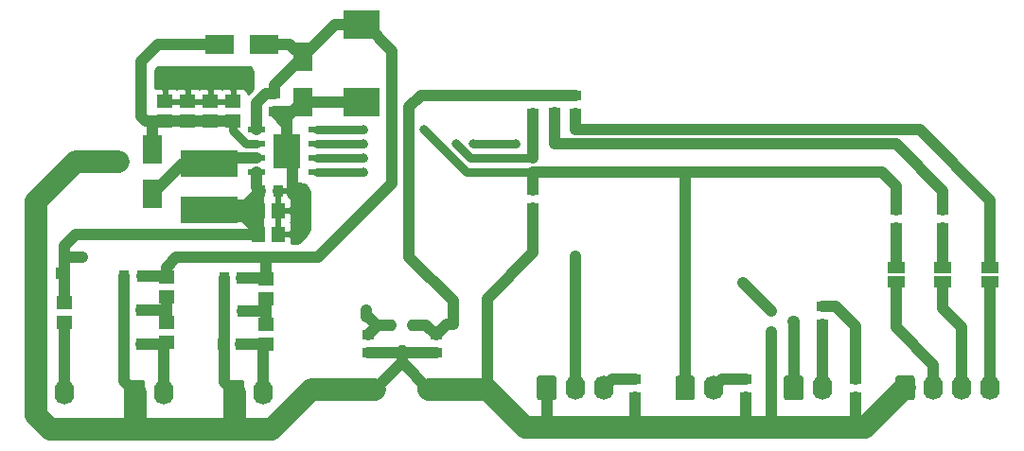
<source format=gtl>
G04 #@! TF.GenerationSoftware,KiCad,Pcbnew,5.1.4-e60b266~84~ubuntu18.04.1*
G04 #@! TF.CreationDate,2019-09-15T19:51:56+01:00*
G04 #@! TF.ProjectId,minitiouner-rt5047,6d696e69-7469-46f7-956e-65722d727435,rev?*
G04 #@! TF.SameCoordinates,Original*
G04 #@! TF.FileFunction,Copper,L1,Top*
G04 #@! TF.FilePolarity,Positive*
%FSLAX46Y46*%
G04 Gerber Fmt 4.6, Leading zero omitted, Abs format (unit mm)*
G04 Created by KiCad (PCBNEW 5.1.4-e60b266~84~ubuntu18.04.1) date 2019-09-15 19:51:56*
%MOMM*%
%LPD*%
G04 APERTURE LIST*
%ADD10R,1.000000X0.950000*%
%ADD11R,1.450000X1.150000*%
%ADD12R,1.150000X1.450000*%
%ADD13R,0.950000X1.000000*%
%ADD14R,3.300000X2.500000*%
%ADD15R,0.600000X1.000000*%
%ADD16R,1.550000X0.600000*%
%ADD17C,0.650000*%
%ADD18R,2.400000X3.100000*%
%ADD19C,0.100000*%
%ADD20C,1.740000*%
%ADD21O,1.740000X2.200000*%
%ADD22R,0.900000X0.800000*%
%ADD23R,1.500000X1.000000*%
%ADD24R,5.100000X2.350000*%
%ADD25R,1.700000X2.500000*%
%ADD26R,2.500000X1.700000*%
%ADD27C,0.800000*%
%ADD28C,1.200000*%
%ADD29C,1.000000*%
%ADD30C,2.000000*%
%ADD31C,0.750000*%
%ADD32C,0.254000*%
G04 APERTURE END LIST*
D10*
X77216000Y-111468000D03*
X77216000Y-113068000D03*
D11*
X65151000Y-90540000D03*
X65151000Y-92340000D03*
X63119000Y-92340000D03*
X63119000Y-90540000D03*
X61087000Y-90540000D03*
X61087000Y-92340000D03*
X59055000Y-92340000D03*
X59055000Y-90540000D03*
D12*
X69195520Y-100319840D03*
X67395520Y-100319840D03*
D13*
X56972000Y-109220000D03*
X55372000Y-109220000D03*
D10*
X68834000Y-89878000D03*
X68834000Y-91478000D03*
X83312000Y-113068000D03*
X83312000Y-111468000D03*
D12*
X67395520Y-102422960D03*
X69195520Y-102422960D03*
D13*
X69192040Y-98531680D03*
X67592040Y-98531680D03*
X56972000Y-112268000D03*
X55372000Y-112268000D03*
D14*
X76644500Y-83672000D03*
X76644500Y-90572000D03*
D15*
X81214000Y-110610000D03*
X79314000Y-110610000D03*
X80264000Y-112910000D03*
D16*
X67300000Y-93095000D03*
X67300000Y-94365000D03*
X67300000Y-95635000D03*
X67300000Y-96905000D03*
X72700000Y-96905000D03*
X72700000Y-95635000D03*
X72700000Y-94365000D03*
X72700000Y-93095000D03*
D17*
X69525000Y-94050000D03*
X69525000Y-95000000D03*
X69525000Y-95950000D03*
X70475000Y-94050000D03*
X70475000Y-95000000D03*
X70475000Y-95950000D03*
D18*
X70000000Y-95000000D03*
D10*
X95821500Y-91605000D03*
X95821500Y-90005000D03*
X93916500Y-89979500D03*
X93916500Y-91579500D03*
X92011500Y-98450500D03*
X92011500Y-100050500D03*
X92011500Y-91605000D03*
X92011500Y-90005000D03*
X128651000Y-100228500D03*
X128651000Y-101828500D03*
D19*
G36*
X48142505Y-115487204D02*
G01*
X48166773Y-115490804D01*
X48190572Y-115496765D01*
X48213671Y-115505030D01*
X48235850Y-115515520D01*
X48256893Y-115528132D01*
X48276599Y-115542747D01*
X48294777Y-115559223D01*
X48311253Y-115577401D01*
X48325868Y-115597107D01*
X48338480Y-115618150D01*
X48348970Y-115640329D01*
X48357235Y-115663428D01*
X48363196Y-115687227D01*
X48366796Y-115711495D01*
X48368000Y-115735999D01*
X48368000Y-117436001D01*
X48366796Y-117460505D01*
X48363196Y-117484773D01*
X48357235Y-117508572D01*
X48348970Y-117531671D01*
X48338480Y-117553850D01*
X48325868Y-117574893D01*
X48311253Y-117594599D01*
X48294777Y-117612777D01*
X48276599Y-117629253D01*
X48256893Y-117643868D01*
X48235850Y-117656480D01*
X48213671Y-117666970D01*
X48190572Y-117675235D01*
X48166773Y-117681196D01*
X48142505Y-117684796D01*
X48118001Y-117686000D01*
X46877999Y-117686000D01*
X46853495Y-117684796D01*
X46829227Y-117681196D01*
X46805428Y-117675235D01*
X46782329Y-117666970D01*
X46760150Y-117656480D01*
X46739107Y-117643868D01*
X46719401Y-117629253D01*
X46701223Y-117612777D01*
X46684747Y-117594599D01*
X46670132Y-117574893D01*
X46657520Y-117553850D01*
X46647030Y-117531671D01*
X46638765Y-117508572D01*
X46632804Y-117484773D01*
X46629204Y-117460505D01*
X46628000Y-117436001D01*
X46628000Y-115735999D01*
X46629204Y-115711495D01*
X46632804Y-115687227D01*
X46638765Y-115663428D01*
X46647030Y-115640329D01*
X46657520Y-115618150D01*
X46670132Y-115597107D01*
X46684747Y-115577401D01*
X46701223Y-115559223D01*
X46719401Y-115542747D01*
X46739107Y-115528132D01*
X46760150Y-115515520D01*
X46782329Y-115505030D01*
X46805428Y-115496765D01*
X46829227Y-115490804D01*
X46853495Y-115487204D01*
X46877999Y-115486000D01*
X48118001Y-115486000D01*
X48142505Y-115487204D01*
X48142505Y-115487204D01*
G37*
D20*
X47498000Y-116586000D03*
D21*
X50038000Y-116586000D03*
X58928000Y-116586000D03*
D19*
G36*
X57032505Y-115487204D02*
G01*
X57056773Y-115490804D01*
X57080572Y-115496765D01*
X57103671Y-115505030D01*
X57125850Y-115515520D01*
X57146893Y-115528132D01*
X57166599Y-115542747D01*
X57184777Y-115559223D01*
X57201253Y-115577401D01*
X57215868Y-115597107D01*
X57228480Y-115618150D01*
X57238970Y-115640329D01*
X57247235Y-115663428D01*
X57253196Y-115687227D01*
X57256796Y-115711495D01*
X57258000Y-115735999D01*
X57258000Y-117436001D01*
X57256796Y-117460505D01*
X57253196Y-117484773D01*
X57247235Y-117508572D01*
X57238970Y-117531671D01*
X57228480Y-117553850D01*
X57215868Y-117574893D01*
X57201253Y-117594599D01*
X57184777Y-117612777D01*
X57166599Y-117629253D01*
X57146893Y-117643868D01*
X57125850Y-117656480D01*
X57103671Y-117666970D01*
X57080572Y-117675235D01*
X57056773Y-117681196D01*
X57032505Y-117684796D01*
X57008001Y-117686000D01*
X55767999Y-117686000D01*
X55743495Y-117684796D01*
X55719227Y-117681196D01*
X55695428Y-117675235D01*
X55672329Y-117666970D01*
X55650150Y-117656480D01*
X55629107Y-117643868D01*
X55609401Y-117629253D01*
X55591223Y-117612777D01*
X55574747Y-117594599D01*
X55560132Y-117574893D01*
X55547520Y-117553850D01*
X55537030Y-117531671D01*
X55528765Y-117508572D01*
X55522804Y-117484773D01*
X55519204Y-117460505D01*
X55518000Y-117436001D01*
X55518000Y-115735999D01*
X55519204Y-115711495D01*
X55522804Y-115687227D01*
X55528765Y-115663428D01*
X55537030Y-115640329D01*
X55547520Y-115618150D01*
X55560132Y-115597107D01*
X55574747Y-115577401D01*
X55591223Y-115559223D01*
X55609401Y-115542747D01*
X55629107Y-115528132D01*
X55650150Y-115515520D01*
X55672329Y-115505030D01*
X55695428Y-115496765D01*
X55719227Y-115490804D01*
X55743495Y-115487204D01*
X55767999Y-115486000D01*
X57008001Y-115486000D01*
X57032505Y-115487204D01*
X57032505Y-115487204D01*
G37*
D20*
X56388000Y-116586000D03*
D19*
G36*
X115960505Y-115106204D02*
G01*
X115984773Y-115109804D01*
X116008572Y-115115765D01*
X116031671Y-115124030D01*
X116053850Y-115134520D01*
X116074893Y-115147132D01*
X116094599Y-115161747D01*
X116112777Y-115178223D01*
X116129253Y-115196401D01*
X116143868Y-115216107D01*
X116156480Y-115237150D01*
X116166970Y-115259329D01*
X116175235Y-115282428D01*
X116181196Y-115306227D01*
X116184796Y-115330495D01*
X116186000Y-115354999D01*
X116186000Y-117055001D01*
X116184796Y-117079505D01*
X116181196Y-117103773D01*
X116175235Y-117127572D01*
X116166970Y-117150671D01*
X116156480Y-117172850D01*
X116143868Y-117193893D01*
X116129253Y-117213599D01*
X116112777Y-117231777D01*
X116094599Y-117248253D01*
X116074893Y-117262868D01*
X116053850Y-117275480D01*
X116031671Y-117285970D01*
X116008572Y-117294235D01*
X115984773Y-117300196D01*
X115960505Y-117303796D01*
X115936001Y-117305000D01*
X114695999Y-117305000D01*
X114671495Y-117303796D01*
X114647227Y-117300196D01*
X114623428Y-117294235D01*
X114600329Y-117285970D01*
X114578150Y-117275480D01*
X114557107Y-117262868D01*
X114537401Y-117248253D01*
X114519223Y-117231777D01*
X114502747Y-117213599D01*
X114488132Y-117193893D01*
X114475520Y-117172850D01*
X114465030Y-117150671D01*
X114456765Y-117127572D01*
X114450804Y-117103773D01*
X114447204Y-117079505D01*
X114446000Y-117055001D01*
X114446000Y-115354999D01*
X114447204Y-115330495D01*
X114450804Y-115306227D01*
X114456765Y-115282428D01*
X114465030Y-115259329D01*
X114475520Y-115237150D01*
X114488132Y-115216107D01*
X114502747Y-115196401D01*
X114519223Y-115178223D01*
X114537401Y-115161747D01*
X114557107Y-115147132D01*
X114578150Y-115134520D01*
X114600329Y-115124030D01*
X114623428Y-115115765D01*
X114647227Y-115109804D01*
X114671495Y-115106204D01*
X114695999Y-115105000D01*
X115936001Y-115105000D01*
X115960505Y-115106204D01*
X115960505Y-115106204D01*
G37*
D20*
X115316000Y-116205000D03*
D21*
X117856000Y-116205000D03*
D19*
G36*
X93862505Y-115106204D02*
G01*
X93886773Y-115109804D01*
X93910572Y-115115765D01*
X93933671Y-115124030D01*
X93955850Y-115134520D01*
X93976893Y-115147132D01*
X93996599Y-115161747D01*
X94014777Y-115178223D01*
X94031253Y-115196401D01*
X94045868Y-115216107D01*
X94058480Y-115237150D01*
X94068970Y-115259329D01*
X94077235Y-115282428D01*
X94083196Y-115306227D01*
X94086796Y-115330495D01*
X94088000Y-115354999D01*
X94088000Y-117055001D01*
X94086796Y-117079505D01*
X94083196Y-117103773D01*
X94077235Y-117127572D01*
X94068970Y-117150671D01*
X94058480Y-117172850D01*
X94045868Y-117193893D01*
X94031253Y-117213599D01*
X94014777Y-117231777D01*
X93996599Y-117248253D01*
X93976893Y-117262868D01*
X93955850Y-117275480D01*
X93933671Y-117285970D01*
X93910572Y-117294235D01*
X93886773Y-117300196D01*
X93862505Y-117303796D01*
X93838001Y-117305000D01*
X92597999Y-117305000D01*
X92573495Y-117303796D01*
X92549227Y-117300196D01*
X92525428Y-117294235D01*
X92502329Y-117285970D01*
X92480150Y-117275480D01*
X92459107Y-117262868D01*
X92439401Y-117248253D01*
X92421223Y-117231777D01*
X92404747Y-117213599D01*
X92390132Y-117193893D01*
X92377520Y-117172850D01*
X92367030Y-117150671D01*
X92358765Y-117127572D01*
X92352804Y-117103773D01*
X92349204Y-117079505D01*
X92348000Y-117055001D01*
X92348000Y-115354999D01*
X92349204Y-115330495D01*
X92352804Y-115306227D01*
X92358765Y-115282428D01*
X92367030Y-115259329D01*
X92377520Y-115237150D01*
X92390132Y-115216107D01*
X92404747Y-115196401D01*
X92421223Y-115178223D01*
X92439401Y-115161747D01*
X92459107Y-115147132D01*
X92480150Y-115134520D01*
X92502329Y-115124030D01*
X92525428Y-115115765D01*
X92549227Y-115109804D01*
X92573495Y-115106204D01*
X92597999Y-115105000D01*
X93838001Y-115105000D01*
X93862505Y-115106204D01*
X93862505Y-115106204D01*
G37*
D20*
X93218000Y-116205000D03*
D21*
X95758000Y-116205000D03*
X98298000Y-116205000D03*
D19*
G36*
X125930005Y-115106204D02*
G01*
X125954273Y-115109804D01*
X125978072Y-115115765D01*
X126001171Y-115124030D01*
X126023350Y-115134520D01*
X126044393Y-115147132D01*
X126064099Y-115161747D01*
X126082277Y-115178223D01*
X126098753Y-115196401D01*
X126113368Y-115216107D01*
X126125980Y-115237150D01*
X126136470Y-115259329D01*
X126144735Y-115282428D01*
X126150696Y-115306227D01*
X126154296Y-115330495D01*
X126155500Y-115354999D01*
X126155500Y-117055001D01*
X126154296Y-117079505D01*
X126150696Y-117103773D01*
X126144735Y-117127572D01*
X126136470Y-117150671D01*
X126125980Y-117172850D01*
X126113368Y-117193893D01*
X126098753Y-117213599D01*
X126082277Y-117231777D01*
X126064099Y-117248253D01*
X126044393Y-117262868D01*
X126023350Y-117275480D01*
X126001171Y-117285970D01*
X125978072Y-117294235D01*
X125954273Y-117300196D01*
X125930005Y-117303796D01*
X125905501Y-117305000D01*
X124665499Y-117305000D01*
X124640995Y-117303796D01*
X124616727Y-117300196D01*
X124592928Y-117294235D01*
X124569829Y-117285970D01*
X124547650Y-117275480D01*
X124526607Y-117262868D01*
X124506901Y-117248253D01*
X124488723Y-117231777D01*
X124472247Y-117213599D01*
X124457632Y-117193893D01*
X124445020Y-117172850D01*
X124434530Y-117150671D01*
X124426265Y-117127572D01*
X124420304Y-117103773D01*
X124416704Y-117079505D01*
X124415500Y-117055001D01*
X124415500Y-115354999D01*
X124416704Y-115330495D01*
X124420304Y-115306227D01*
X124426265Y-115282428D01*
X124434530Y-115259329D01*
X124445020Y-115237150D01*
X124457632Y-115216107D01*
X124472247Y-115196401D01*
X124488723Y-115178223D01*
X124506901Y-115161747D01*
X124526607Y-115147132D01*
X124547650Y-115134520D01*
X124569829Y-115124030D01*
X124592928Y-115115765D01*
X124616727Y-115109804D01*
X124640995Y-115106204D01*
X124665499Y-115105000D01*
X125905501Y-115105000D01*
X125930005Y-115106204D01*
X125930005Y-115106204D01*
G37*
D20*
X125285500Y-116205000D03*
D21*
X127825500Y-116205000D03*
X130365500Y-116205000D03*
X132905500Y-116205000D03*
D22*
X113300000Y-109286000D03*
X113300000Y-111186000D03*
X115300000Y-110236000D03*
D10*
X117856000Y-110528000D03*
X117856000Y-108928000D03*
D13*
X64351000Y-109347000D03*
X65951000Y-109347000D03*
X64224000Y-112268000D03*
X65824000Y-112268000D03*
D19*
G36*
X65922505Y-115487204D02*
G01*
X65946773Y-115490804D01*
X65970572Y-115496765D01*
X65993671Y-115505030D01*
X66015850Y-115515520D01*
X66036893Y-115528132D01*
X66056599Y-115542747D01*
X66074777Y-115559223D01*
X66091253Y-115577401D01*
X66105868Y-115597107D01*
X66118480Y-115618150D01*
X66128970Y-115640329D01*
X66137235Y-115663428D01*
X66143196Y-115687227D01*
X66146796Y-115711495D01*
X66148000Y-115735999D01*
X66148000Y-117436001D01*
X66146796Y-117460505D01*
X66143196Y-117484773D01*
X66137235Y-117508572D01*
X66128970Y-117531671D01*
X66118480Y-117553850D01*
X66105868Y-117574893D01*
X66091253Y-117594599D01*
X66074777Y-117612777D01*
X66056599Y-117629253D01*
X66036893Y-117643868D01*
X66015850Y-117656480D01*
X65993671Y-117666970D01*
X65970572Y-117675235D01*
X65946773Y-117681196D01*
X65922505Y-117684796D01*
X65898001Y-117686000D01*
X64657999Y-117686000D01*
X64633495Y-117684796D01*
X64609227Y-117681196D01*
X64585428Y-117675235D01*
X64562329Y-117666970D01*
X64540150Y-117656480D01*
X64519107Y-117643868D01*
X64499401Y-117629253D01*
X64481223Y-117612777D01*
X64464747Y-117594599D01*
X64450132Y-117574893D01*
X64437520Y-117553850D01*
X64427030Y-117531671D01*
X64418765Y-117508572D01*
X64412804Y-117484773D01*
X64409204Y-117460505D01*
X64408000Y-117436001D01*
X64408000Y-115735999D01*
X64409204Y-115711495D01*
X64412804Y-115687227D01*
X64418765Y-115663428D01*
X64427030Y-115640329D01*
X64437520Y-115618150D01*
X64450132Y-115597107D01*
X64464747Y-115577401D01*
X64481223Y-115559223D01*
X64499401Y-115542747D01*
X64519107Y-115528132D01*
X64540150Y-115515520D01*
X64562329Y-115505030D01*
X64585428Y-115496765D01*
X64609227Y-115490804D01*
X64633495Y-115487204D01*
X64657999Y-115486000D01*
X65898001Y-115486000D01*
X65922505Y-115487204D01*
X65922505Y-115487204D01*
G37*
D20*
X65278000Y-116586000D03*
D21*
X67818000Y-116586000D03*
D11*
X59182000Y-108088000D03*
X59182000Y-106288000D03*
X59182000Y-110352000D03*
X59182000Y-112152000D03*
X68072000Y-108215000D03*
X68072000Y-106415000D03*
X68072000Y-110479000D03*
X68072000Y-112279000D03*
D23*
X132905500Y-106695000D03*
X132905500Y-105395000D03*
X124460000Y-105395000D03*
X124460000Y-106695000D03*
D11*
X50053240Y-108548600D03*
X50053240Y-110348600D03*
D23*
X128651000Y-106695000D03*
X128651000Y-105395000D03*
D13*
X49695000Y-105918000D03*
X48095000Y-105918000D03*
X64345920Y-106319320D03*
X65945920Y-106319320D03*
X56974640Y-106197400D03*
X55374640Y-106197400D03*
D10*
X111061500Y-115405000D03*
X111061500Y-117005000D03*
X101155500Y-117005000D03*
X101155500Y-115405000D03*
D19*
G36*
X106245005Y-115106204D02*
G01*
X106269273Y-115109804D01*
X106293072Y-115115765D01*
X106316171Y-115124030D01*
X106338350Y-115134520D01*
X106359393Y-115147132D01*
X106379099Y-115161747D01*
X106397277Y-115178223D01*
X106413753Y-115196401D01*
X106428368Y-115216107D01*
X106440980Y-115237150D01*
X106451470Y-115259329D01*
X106459735Y-115282428D01*
X106465696Y-115306227D01*
X106469296Y-115330495D01*
X106470500Y-115354999D01*
X106470500Y-117055001D01*
X106469296Y-117079505D01*
X106465696Y-117103773D01*
X106459735Y-117127572D01*
X106451470Y-117150671D01*
X106440980Y-117172850D01*
X106428368Y-117193893D01*
X106413753Y-117213599D01*
X106397277Y-117231777D01*
X106379099Y-117248253D01*
X106359393Y-117262868D01*
X106338350Y-117275480D01*
X106316171Y-117285970D01*
X106293072Y-117294235D01*
X106269273Y-117300196D01*
X106245005Y-117303796D01*
X106220501Y-117305000D01*
X104980499Y-117305000D01*
X104955995Y-117303796D01*
X104931727Y-117300196D01*
X104907928Y-117294235D01*
X104884829Y-117285970D01*
X104862650Y-117275480D01*
X104841607Y-117262868D01*
X104821901Y-117248253D01*
X104803723Y-117231777D01*
X104787247Y-117213599D01*
X104772632Y-117193893D01*
X104760020Y-117172850D01*
X104749530Y-117150671D01*
X104741265Y-117127572D01*
X104735304Y-117103773D01*
X104731704Y-117079505D01*
X104730500Y-117055001D01*
X104730500Y-115354999D01*
X104731704Y-115330495D01*
X104735304Y-115306227D01*
X104741265Y-115282428D01*
X104749530Y-115259329D01*
X104760020Y-115237150D01*
X104772632Y-115216107D01*
X104787247Y-115196401D01*
X104803723Y-115178223D01*
X104821901Y-115161747D01*
X104841607Y-115147132D01*
X104862650Y-115134520D01*
X104884829Y-115124030D01*
X104907928Y-115115765D01*
X104931727Y-115109804D01*
X104955995Y-115106204D01*
X104980499Y-115105000D01*
X106220501Y-115105000D01*
X106245005Y-115106204D01*
X106245005Y-115106204D01*
G37*
D20*
X105600500Y-116205000D03*
D21*
X108140500Y-116205000D03*
D10*
X124460000Y-101828500D03*
X124460000Y-100228500D03*
X120840500Y-115405000D03*
X120840500Y-117005000D03*
D24*
X62992000Y-100225500D03*
X62992000Y-96075500D03*
D25*
X71374000Y-86582500D03*
X71374000Y-90582500D03*
X57912000Y-94805500D03*
X57912000Y-98805500D03*
D26*
X67976500Y-85471000D03*
X63976500Y-85471000D03*
D27*
X77089000Y-109220000D03*
X51688998Y-104521000D03*
X59055000Y-88773000D03*
X61087000Y-88773000D03*
X63119000Y-88773000D03*
X65151000Y-88773000D03*
X64135000Y-87884000D03*
X62103000Y-87884000D03*
X60071000Y-87884000D03*
X66294000Y-87884000D03*
X66548000Y-89027000D03*
D28*
X51054004Y-95948500D03*
X54927500Y-95948500D03*
X53022500Y-95948500D03*
D27*
X84836000Y-110490000D03*
X120650000Y-110490000D03*
X76831000Y-96905000D03*
X92007500Y-96905000D03*
X76831000Y-95635000D03*
X92011500Y-95631000D03*
X110807500Y-106807000D03*
X76831000Y-94365000D03*
X93916500Y-94361002D03*
X95757992Y-104394000D03*
X76835000Y-93091000D03*
X82232500Y-93091000D03*
X85090000Y-94361000D03*
X86677500Y-94361000D03*
X90487500Y-94361000D03*
X95821502Y-93091000D03*
D29*
X67300000Y-98239640D02*
X67592040Y-98531680D01*
X67300000Y-96905000D02*
X67300000Y-98239640D01*
X67395520Y-98728200D02*
X67592040Y-98531680D01*
X67395520Y-100319840D02*
X67395520Y-98728200D01*
X78074000Y-110610000D02*
X77216000Y-111468000D01*
X79314000Y-110610000D02*
X78074000Y-110610000D01*
X67395520Y-102422960D02*
X61655960Y-102422960D01*
X78074000Y-110610000D02*
X77971000Y-110610000D01*
X77971000Y-110610000D02*
X77216000Y-109855000D01*
X77158315Y-109855000D02*
X77216000Y-109855000D01*
X77089000Y-109785685D02*
X77158315Y-109855000D01*
X77089000Y-109220000D02*
X77089000Y-109785685D01*
X61655960Y-102422960D02*
X57216040Y-102422960D01*
D30*
X63086340Y-100319840D02*
X62992000Y-100225500D01*
X66410840Y-100319840D02*
X63086340Y-100319840D01*
D29*
X66410840Y-100319840D02*
X67395520Y-100319840D01*
X66410840Y-99712880D02*
X67395520Y-98728200D01*
X66410840Y-100319840D02*
X66410840Y-99712880D01*
X66410840Y-101081840D02*
X67395520Y-102066520D01*
X66410840Y-100319840D02*
X66410840Y-101081840D01*
X67395520Y-102422960D02*
X67395520Y-102066520D01*
X67395520Y-102066520D02*
X67395520Y-100319840D01*
X50038000Y-106958360D02*
X50053240Y-106973600D01*
X50053240Y-106973600D02*
X50053240Y-108548600D01*
X57216040Y-102422960D02*
X51120040Y-102422960D01*
X51120040Y-102422960D02*
X50038000Y-103505000D01*
X50038000Y-104457500D02*
X50101500Y-104521000D01*
X50101500Y-104521000D02*
X51688998Y-104521000D01*
X50038000Y-104457500D02*
X50038000Y-106958360D01*
X50038000Y-103505000D02*
X50038000Y-104457500D01*
D30*
X47498000Y-116586000D02*
X47498000Y-118237000D01*
X47498000Y-118618000D02*
X48768000Y-119888000D01*
X47498000Y-118237000D02*
X47498000Y-118618000D01*
X60706000Y-119888000D02*
X61976000Y-119888000D01*
X56388000Y-116586000D02*
X56388000Y-119888000D01*
X48768000Y-119888000D02*
X56388000Y-119888000D01*
X56388000Y-119888000D02*
X60706000Y-119888000D01*
X65278000Y-119507000D02*
X64897000Y-119888000D01*
X65278000Y-116586000D02*
X65278000Y-119507000D01*
X61976000Y-119888000D02*
X64897000Y-119888000D01*
D29*
X64351000Y-115659000D02*
X64351000Y-112395000D01*
X65278000Y-116586000D02*
X64351000Y-115659000D01*
X64351000Y-112395000D02*
X64351000Y-109347000D01*
X80106000Y-113068000D02*
X80264000Y-112910000D01*
X77216000Y-113068000D02*
X80106000Y-113068000D01*
X80422000Y-113068000D02*
X80264000Y-112910000D01*
X83312000Y-113068000D02*
X80422000Y-113068000D01*
X55372000Y-115570000D02*
X55372000Y-112268000D01*
X56388000Y-116586000D02*
X55372000Y-115570000D01*
X55372000Y-109220000D02*
X55372000Y-112268000D01*
X106934000Y-119634000D02*
X107061000Y-119761000D01*
X80264000Y-112910000D02*
X80264000Y-113893600D01*
X80264000Y-113893600D02*
X77815440Y-116342160D01*
X80264000Y-113893600D02*
X82697320Y-116326920D01*
D30*
X77805280Y-116332000D02*
X77815440Y-116342160D01*
X72136000Y-116332000D02*
X77805280Y-116332000D01*
X64897000Y-119888000D02*
X68580000Y-119888000D01*
X68580000Y-119888000D02*
X72136000Y-116332000D01*
D29*
X64351000Y-106324400D02*
X64345920Y-106319320D01*
X64351000Y-109347000D02*
X64351000Y-106324400D01*
X55372000Y-106200040D02*
X55374640Y-106197400D01*
X55372000Y-109220000D02*
X55372000Y-106200040D01*
X69195520Y-98535160D02*
X69192040Y-98531680D01*
D30*
X82697320Y-116326920D02*
X87878920Y-116326920D01*
X87878920Y-116326920D02*
X91313000Y-119761000D01*
D29*
X93218000Y-119316500D02*
X92773500Y-119761000D01*
X93218000Y-116205000D02*
X93218000Y-119316500D01*
D30*
X91313000Y-119761000D02*
X92773500Y-119761000D01*
D29*
X101155500Y-117005000D02*
X101155500Y-119189500D01*
X101155500Y-119189500D02*
X100584000Y-119761000D01*
D30*
X92773500Y-119761000D02*
X100584000Y-119761000D01*
X100584000Y-119761000D02*
X107061000Y-119761000D01*
D29*
X111061500Y-119697500D02*
X110998000Y-119761000D01*
X111061500Y-117005000D02*
X111061500Y-119697500D01*
D30*
X107061000Y-119761000D02*
X110998000Y-119761000D01*
D29*
X113284000Y-119062500D02*
X112585500Y-119761000D01*
X113284000Y-112602000D02*
X113284000Y-119062500D01*
X113300000Y-112586000D02*
X113284000Y-112602000D01*
X113300000Y-111186000D02*
X113300000Y-112586000D01*
D30*
X110998000Y-119761000D02*
X112585500Y-119761000D01*
X121729500Y-119761000D02*
X125285500Y-116205000D01*
D29*
X120840500Y-117005000D02*
X120840500Y-119570500D01*
X120840500Y-119570500D02*
X120650000Y-119761000D01*
D30*
X112585500Y-119761000D02*
X120650000Y-119761000D01*
X120650000Y-119761000D02*
X121729500Y-119761000D01*
D29*
X87878920Y-116326920D02*
X87878920Y-108198920D01*
X92011500Y-104066340D02*
X92011500Y-100050500D01*
X87878920Y-108198920D02*
X92011500Y-104066340D01*
D30*
X47498000Y-116586000D02*
X47498000Y-99504504D01*
X47498000Y-99504504D02*
X51054004Y-95948500D01*
D29*
X70000000Y-95000000D02*
X70000000Y-92582000D01*
X70000000Y-92644000D02*
X68834000Y-91478000D01*
X70000000Y-95000000D02*
X70000000Y-92644000D01*
X70485000Y-95485000D02*
X70000000Y-95000000D01*
X70485000Y-98806000D02*
X70485000Y-95485000D01*
X70000000Y-91956500D02*
X71374000Y-90582500D01*
X70000000Y-92644000D02*
X70000000Y-91956500D01*
X70478500Y-91478000D02*
X71374000Y-90582500D01*
X68834000Y-91478000D02*
X70478500Y-91478000D01*
X76634000Y-90582500D02*
X76644500Y-90572000D01*
X71374000Y-90582500D02*
X76634000Y-90582500D01*
D30*
X51054004Y-95948500D02*
X54927500Y-95948500D01*
D29*
X65151000Y-92340000D02*
X63119000Y-92340000D01*
X63119000Y-92340000D02*
X61087000Y-92340000D01*
X61087000Y-92340000D02*
X59055000Y-92340000D01*
X56896000Y-91906000D02*
X57330000Y-92340000D01*
X56896000Y-86995000D02*
X56896000Y-91906000D01*
D31*
X66488500Y-94365000D02*
X67300000Y-94365000D01*
X66361500Y-94365000D02*
X66488500Y-94365000D01*
X65151000Y-92340000D02*
X65151000Y-93154500D01*
X65151000Y-93154500D02*
X66361500Y-94365000D01*
D29*
X58420000Y-85471000D02*
X56896000Y-86995000D01*
X63976500Y-85471000D02*
X58420000Y-85471000D01*
X57923000Y-92544500D02*
X57923000Y-92340000D01*
X57912000Y-92555500D02*
X57923000Y-92544500D01*
X57912000Y-94805500D02*
X57912000Y-92555500D01*
X57330000Y-92340000D02*
X57923000Y-92340000D01*
X57923000Y-92340000D02*
X59055000Y-92340000D01*
X58928000Y-109220000D02*
X59182000Y-109474000D01*
X56972000Y-109220000D02*
X58928000Y-109220000D01*
X59182000Y-110352000D02*
X59182000Y-109474000D01*
X59182000Y-109474000D02*
X59182000Y-108088000D01*
X82454000Y-110610000D02*
X83312000Y-111468000D01*
X81214000Y-110610000D02*
X82454000Y-110610000D01*
X99098000Y-115405000D02*
X98298000Y-116205000D01*
X101155500Y-115405000D02*
X99098000Y-115405000D01*
X108940500Y-115405000D02*
X108140500Y-116205000D01*
X111061500Y-115405000D02*
X108940500Y-115405000D01*
X83312000Y-111468000D02*
X84290000Y-110490000D01*
X84290000Y-110490000D02*
X84836000Y-110490000D01*
X119088000Y-108928000D02*
X118364000Y-108928000D01*
X120650000Y-110490000D02*
X119088000Y-108928000D01*
X120840500Y-110680500D02*
X120650000Y-110490000D01*
X120840500Y-115405000D02*
X120840500Y-110680500D01*
X93891000Y-90005000D02*
X93916500Y-89979500D01*
X92011500Y-90005000D02*
X93891000Y-90005000D01*
X95796000Y-89979500D02*
X95821500Y-90005000D01*
X93916500Y-89979500D02*
X95796000Y-89979500D01*
X118364000Y-108928000D02*
X117856000Y-108928000D01*
X84836000Y-108394500D02*
X84836000Y-110490000D01*
X80899000Y-91059000D02*
X80899000Y-104457500D01*
X80899000Y-104457500D02*
X84836000Y-108394500D01*
X92011500Y-90005000D02*
X81953000Y-90005000D01*
X81953000Y-90005000D02*
X80899000Y-91059000D01*
X59066000Y-112268000D02*
X59182000Y-112152000D01*
X56972000Y-112268000D02*
X59066000Y-112268000D01*
X58928000Y-112406000D02*
X59182000Y-112152000D01*
X58928000Y-116586000D02*
X58928000Y-112406000D01*
X63432500Y-95635000D02*
X62992000Y-96075500D01*
X67300000Y-95635000D02*
X63432500Y-95635000D01*
X60642000Y-96075500D02*
X57912000Y-98805500D01*
X62992000Y-96075500D02*
X60642000Y-96075500D01*
D31*
X72700000Y-96905000D02*
X76831000Y-96905000D01*
D29*
X92011500Y-96909000D02*
X92007500Y-96905000D01*
X92011500Y-98450500D02*
X92011500Y-96909000D01*
X105600500Y-116205000D02*
X105600500Y-97028000D01*
X105477500Y-96905000D02*
X123194000Y-96905000D01*
X124460000Y-98171000D02*
X124460000Y-100228500D01*
X123194000Y-96905000D02*
X124460000Y-98171000D01*
D31*
X72700000Y-95635000D02*
X76831000Y-95635000D01*
D29*
X92011500Y-91605000D02*
X92011500Y-95631000D01*
X113300000Y-109286000D02*
X113286500Y-109286000D01*
X113286500Y-109286000D02*
X110807500Y-106807000D01*
X110807500Y-106807000D02*
X110807500Y-106807000D01*
D31*
X72700000Y-94365000D02*
X76831000Y-94365000D01*
D29*
X93916500Y-91579500D02*
X93916500Y-94361002D01*
X95758000Y-116205000D02*
X95758000Y-104394008D01*
X95758000Y-104394008D02*
X95757992Y-104394000D01*
X128651000Y-98552000D02*
X128651000Y-100228500D01*
X124460002Y-94361002D02*
X128651000Y-98552000D01*
D31*
X74225000Y-93095000D02*
X74229000Y-93091000D01*
X72700000Y-93095000D02*
X74225000Y-93095000D01*
X74229000Y-93091000D02*
X76835000Y-93091000D01*
X92007500Y-96905000D02*
X87877983Y-96905000D01*
X87873983Y-96901000D02*
X87877983Y-96905000D01*
X82232500Y-93091000D02*
X82232500Y-93091000D01*
X86042500Y-96901000D02*
X82232500Y-93091000D01*
X87312500Y-96901000D02*
X86042500Y-96901000D01*
X87877983Y-96905000D02*
X87316500Y-96905000D01*
X87316500Y-96905000D02*
X87312500Y-96901000D01*
D29*
X105477500Y-96905000D02*
X92007500Y-96905000D01*
D31*
X86360000Y-95631000D02*
X85090000Y-94361000D01*
X92011500Y-95631000D02*
X86360000Y-95631000D01*
X85090000Y-94361000D02*
X85090000Y-94361000D01*
X86677500Y-94361000D02*
X90487500Y-94361000D01*
X90487500Y-94361000D02*
X90487500Y-94361000D01*
D29*
X93916500Y-94361002D02*
X124460002Y-94361002D01*
X95821500Y-93090998D02*
X95821502Y-93091000D01*
X95821500Y-91605000D02*
X95821500Y-93090998D01*
X132905500Y-99377500D02*
X132905500Y-105395000D01*
X126619000Y-93091000D02*
X132905500Y-99377500D01*
X126619000Y-93091000D02*
X95821502Y-93091000D01*
X132905500Y-106695000D02*
X132905500Y-116205000D01*
X127825500Y-114105000D02*
X124460000Y-110739500D01*
X127825500Y-116205000D02*
X127825500Y-114105000D01*
X124460000Y-110739500D02*
X124460000Y-107823000D01*
X124460000Y-107823000D02*
X124460000Y-106695000D01*
X130365500Y-110744000D02*
X130365500Y-116205000D01*
X128651000Y-106695000D02*
X128651000Y-109029500D01*
X128651000Y-109029500D02*
X130365500Y-110744000D01*
X115316000Y-110252000D02*
X115300000Y-110236000D01*
X115316000Y-116205000D02*
X115316000Y-110252000D01*
X117856000Y-116205000D02*
X117856000Y-111036000D01*
X117856000Y-111036000D02*
X117856000Y-110528000D01*
X67426000Y-109347000D02*
X68072000Y-109347000D01*
X65951000Y-109347000D02*
X67426000Y-109347000D01*
X68072000Y-110479000D02*
X68072000Y-109347000D01*
X68072000Y-109347000D02*
X68072000Y-108215000D01*
X67818000Y-112533000D02*
X68072000Y-112279000D01*
X67818000Y-116586000D02*
X67818000Y-112533000D01*
X65835000Y-112279000D02*
X65824000Y-112268000D01*
X68072000Y-112279000D02*
X65835000Y-112279000D01*
X50038000Y-110363840D02*
X50053240Y-110348600D01*
X50038000Y-116586000D02*
X50038000Y-110363840D01*
X128651000Y-101828500D02*
X128651000Y-104648000D01*
X128651000Y-104648000D02*
X128651000Y-105395000D01*
X59091400Y-106197400D02*
X59182000Y-106288000D01*
X56974640Y-106197400D02*
X59091400Y-106197400D01*
X67976320Y-106319320D02*
X68072000Y-106415000D01*
X65945920Y-106319320D02*
X67976320Y-106319320D01*
X59182000Y-106288000D02*
X59182000Y-105537000D01*
X59182000Y-105537000D02*
X59182000Y-105410000D01*
X59182000Y-105410000D02*
X60071000Y-104521000D01*
X68072000Y-104840000D02*
X68199000Y-104713000D01*
X68072000Y-106415000D02*
X68072000Y-104840000D01*
X60071000Y-104521000D02*
X68199000Y-104521000D01*
X68199000Y-104713000D02*
X68199000Y-104521000D01*
X67300000Y-90688000D02*
X67300000Y-93095000D01*
X68834000Y-89878000D02*
X68110000Y-89878000D01*
X68110000Y-89878000D02*
X67300000Y-90688000D01*
X75946000Y-83672000D02*
X76346000Y-83672000D01*
X68834000Y-89122500D02*
X71374000Y-86582500D01*
X68834000Y-89878000D02*
X68834000Y-89122500D01*
X77044500Y-83672000D02*
X76644500Y-83672000D01*
X79375000Y-97917000D02*
X79375000Y-86002500D01*
X72771000Y-104521000D02*
X79375000Y-97917000D01*
X79375000Y-86002500D02*
X77044500Y-83672000D01*
X68199000Y-104521000D02*
X72771000Y-104521000D01*
X74284500Y-83672000D02*
X71374000Y-86582500D01*
X76644500Y-83672000D02*
X74284500Y-83672000D01*
X70262500Y-85471000D02*
X71374000Y-86582500D01*
X67976500Y-85471000D02*
X70262500Y-85471000D01*
X124460000Y-101828500D02*
X124460000Y-105395000D01*
D32*
G36*
X66652257Y-87516769D02*
G01*
X66741955Y-87553923D01*
X66818976Y-87613024D01*
X66878077Y-87690045D01*
X66915231Y-87779743D01*
X66929000Y-87884328D01*
X66929000Y-89453868D01*
X66536864Y-89846005D01*
X66504933Y-89872210D01*
X66501812Y-89840518D01*
X66465502Y-89720820D01*
X66406537Y-89610506D01*
X66327185Y-89513815D01*
X66230494Y-89434463D01*
X66120180Y-89375498D01*
X66000482Y-89339188D01*
X65876000Y-89326928D01*
X65436750Y-89330000D01*
X65278000Y-89488750D01*
X65278000Y-90413000D01*
X65298000Y-90413000D01*
X65298000Y-90667000D01*
X65278000Y-90667000D01*
X65278000Y-90687000D01*
X65024000Y-90687000D01*
X65024000Y-90667000D01*
X63246000Y-90667000D01*
X63246000Y-90687000D01*
X62992000Y-90687000D01*
X62992000Y-90667000D01*
X61214000Y-90667000D01*
X61214000Y-90687000D01*
X60960000Y-90687000D01*
X60960000Y-90667000D01*
X59182000Y-90667000D01*
X59182000Y-90687000D01*
X58928000Y-90687000D01*
X58928000Y-90667000D01*
X58908000Y-90667000D01*
X58908000Y-90413000D01*
X58928000Y-90413000D01*
X58928000Y-89488750D01*
X59182000Y-89488750D01*
X59182000Y-90413000D01*
X60960000Y-90413000D01*
X60960000Y-89488750D01*
X61214000Y-89488750D01*
X61214000Y-90413000D01*
X62992000Y-90413000D01*
X62992000Y-89488750D01*
X63246000Y-89488750D01*
X63246000Y-90413000D01*
X65024000Y-90413000D01*
X65024000Y-89488750D01*
X64865250Y-89330000D01*
X64426000Y-89326928D01*
X64301518Y-89339188D01*
X64181820Y-89375498D01*
X64135000Y-89400524D01*
X64088180Y-89375498D01*
X63968482Y-89339188D01*
X63844000Y-89326928D01*
X63404750Y-89330000D01*
X63246000Y-89488750D01*
X62992000Y-89488750D01*
X62833250Y-89330000D01*
X62394000Y-89326928D01*
X62269518Y-89339188D01*
X62149820Y-89375498D01*
X62103000Y-89400524D01*
X62056180Y-89375498D01*
X61936482Y-89339188D01*
X61812000Y-89326928D01*
X61372750Y-89330000D01*
X61214000Y-89488750D01*
X60960000Y-89488750D01*
X60801250Y-89330000D01*
X60362000Y-89326928D01*
X60237518Y-89339188D01*
X60117820Y-89375498D01*
X60071000Y-89400524D01*
X60024180Y-89375498D01*
X59904482Y-89339188D01*
X59780000Y-89326928D01*
X59340750Y-89330000D01*
X59182000Y-89488750D01*
X58928000Y-89488750D01*
X58769250Y-89330000D01*
X58330000Y-89326928D01*
X58205518Y-89339188D01*
X58166000Y-89351176D01*
X58166000Y-87884328D01*
X58179769Y-87779743D01*
X58216923Y-87690045D01*
X58276024Y-87613024D01*
X58353045Y-87553923D01*
X58442743Y-87516769D01*
X58547328Y-87503000D01*
X66547672Y-87503000D01*
X66652257Y-87516769D01*
X66652257Y-87516769D01*
G37*
X66652257Y-87516769D02*
X66741955Y-87553923D01*
X66818976Y-87613024D01*
X66878077Y-87690045D01*
X66915231Y-87779743D01*
X66929000Y-87884328D01*
X66929000Y-89453868D01*
X66536864Y-89846005D01*
X66504933Y-89872210D01*
X66501812Y-89840518D01*
X66465502Y-89720820D01*
X66406537Y-89610506D01*
X66327185Y-89513815D01*
X66230494Y-89434463D01*
X66120180Y-89375498D01*
X66000482Y-89339188D01*
X65876000Y-89326928D01*
X65436750Y-89330000D01*
X65278000Y-89488750D01*
X65278000Y-90413000D01*
X65298000Y-90413000D01*
X65298000Y-90667000D01*
X65278000Y-90667000D01*
X65278000Y-90687000D01*
X65024000Y-90687000D01*
X65024000Y-90667000D01*
X63246000Y-90667000D01*
X63246000Y-90687000D01*
X62992000Y-90687000D01*
X62992000Y-90667000D01*
X61214000Y-90667000D01*
X61214000Y-90687000D01*
X60960000Y-90687000D01*
X60960000Y-90667000D01*
X59182000Y-90667000D01*
X59182000Y-90687000D01*
X58928000Y-90687000D01*
X58928000Y-90667000D01*
X58908000Y-90667000D01*
X58908000Y-90413000D01*
X58928000Y-90413000D01*
X58928000Y-89488750D01*
X59182000Y-89488750D01*
X59182000Y-90413000D01*
X60960000Y-90413000D01*
X60960000Y-89488750D01*
X61214000Y-89488750D01*
X61214000Y-90413000D01*
X62992000Y-90413000D01*
X62992000Y-89488750D01*
X63246000Y-89488750D01*
X63246000Y-90413000D01*
X65024000Y-90413000D01*
X65024000Y-89488750D01*
X64865250Y-89330000D01*
X64426000Y-89326928D01*
X64301518Y-89339188D01*
X64181820Y-89375498D01*
X64135000Y-89400524D01*
X64088180Y-89375498D01*
X63968482Y-89339188D01*
X63844000Y-89326928D01*
X63404750Y-89330000D01*
X63246000Y-89488750D01*
X62992000Y-89488750D01*
X62833250Y-89330000D01*
X62394000Y-89326928D01*
X62269518Y-89339188D01*
X62149820Y-89375498D01*
X62103000Y-89400524D01*
X62056180Y-89375498D01*
X61936482Y-89339188D01*
X61812000Y-89326928D01*
X61372750Y-89330000D01*
X61214000Y-89488750D01*
X60960000Y-89488750D01*
X60801250Y-89330000D01*
X60362000Y-89326928D01*
X60237518Y-89339188D01*
X60117820Y-89375498D01*
X60071000Y-89400524D01*
X60024180Y-89375498D01*
X59904482Y-89339188D01*
X59780000Y-89326928D01*
X59340750Y-89330000D01*
X59182000Y-89488750D01*
X58928000Y-89488750D01*
X58769250Y-89330000D01*
X58330000Y-89326928D01*
X58205518Y-89339188D01*
X58166000Y-89351176D01*
X58166000Y-87884328D01*
X58179769Y-87779743D01*
X58216923Y-87690045D01*
X58276024Y-87613024D01*
X58353045Y-87553923D01*
X58442743Y-87516769D01*
X58547328Y-87503000D01*
X66547672Y-87503000D01*
X66652257Y-87516769D01*
G36*
X71306189Y-97934376D02*
G01*
X71469850Y-97984022D01*
X71620672Y-98064638D01*
X71752870Y-98173130D01*
X71861362Y-98305328D01*
X71941978Y-98456150D01*
X71991624Y-98619811D01*
X72009000Y-98796234D01*
X72009000Y-101814552D01*
X71991624Y-101990976D01*
X71941978Y-102154637D01*
X71861363Y-102305458D01*
X71748898Y-102442496D01*
X71200496Y-102990898D01*
X71063458Y-103103363D01*
X70912637Y-103183978D01*
X70748976Y-103233624D01*
X70572552Y-103251000D01*
X70398444Y-103251000D01*
X70408592Y-103147960D01*
X70405520Y-102708710D01*
X70246770Y-102549960D01*
X69322520Y-102549960D01*
X69322520Y-102569960D01*
X69068520Y-102569960D01*
X69068520Y-102549960D01*
X69048520Y-102549960D01*
X69048520Y-102295960D01*
X69068520Y-102295960D01*
X69068520Y-100446840D01*
X69322520Y-100446840D01*
X69322520Y-102295960D01*
X70246770Y-102295960D01*
X70405520Y-102137210D01*
X70408592Y-101697960D01*
X70396332Y-101573478D01*
X70360022Y-101453780D01*
X70315988Y-101371400D01*
X70360022Y-101289020D01*
X70396332Y-101169322D01*
X70408592Y-101044840D01*
X70405520Y-100605590D01*
X70246770Y-100446840D01*
X69322520Y-100446840D01*
X69068520Y-100446840D01*
X69048520Y-100446840D01*
X69048520Y-100192840D01*
X69068520Y-100192840D01*
X69068520Y-99118590D01*
X69065040Y-99115110D01*
X69065040Y-98658680D01*
X69319040Y-98658680D01*
X69319040Y-99507930D01*
X69322520Y-99511410D01*
X69322520Y-100192840D01*
X70246770Y-100192840D01*
X70405520Y-100034090D01*
X70408592Y-99594840D01*
X70396332Y-99470358D01*
X70360022Y-99350660D01*
X70301057Y-99240346D01*
X70276421Y-99210327D01*
X70292852Y-99156162D01*
X70305112Y-99031680D01*
X70302040Y-98817430D01*
X70143290Y-98658680D01*
X69319040Y-98658680D01*
X69065040Y-98658680D01*
X69045040Y-98658680D01*
X69045040Y-98404680D01*
X69065040Y-98404680D01*
X69065040Y-98384680D01*
X69319040Y-98384680D01*
X69319040Y-98404680D01*
X70143290Y-98404680D01*
X70302040Y-98245930D01*
X70305112Y-98031680D01*
X70293817Y-97917000D01*
X71129766Y-97917000D01*
X71306189Y-97934376D01*
X71306189Y-97934376D01*
G37*
X71306189Y-97934376D02*
X71469850Y-97984022D01*
X71620672Y-98064638D01*
X71752870Y-98173130D01*
X71861362Y-98305328D01*
X71941978Y-98456150D01*
X71991624Y-98619811D01*
X72009000Y-98796234D01*
X72009000Y-101814552D01*
X71991624Y-101990976D01*
X71941978Y-102154637D01*
X71861363Y-102305458D01*
X71748898Y-102442496D01*
X71200496Y-102990898D01*
X71063458Y-103103363D01*
X70912637Y-103183978D01*
X70748976Y-103233624D01*
X70572552Y-103251000D01*
X70398444Y-103251000D01*
X70408592Y-103147960D01*
X70405520Y-102708710D01*
X70246770Y-102549960D01*
X69322520Y-102549960D01*
X69322520Y-102569960D01*
X69068520Y-102569960D01*
X69068520Y-102549960D01*
X69048520Y-102549960D01*
X69048520Y-102295960D01*
X69068520Y-102295960D01*
X69068520Y-100446840D01*
X69322520Y-100446840D01*
X69322520Y-102295960D01*
X70246770Y-102295960D01*
X70405520Y-102137210D01*
X70408592Y-101697960D01*
X70396332Y-101573478D01*
X70360022Y-101453780D01*
X70315988Y-101371400D01*
X70360022Y-101289020D01*
X70396332Y-101169322D01*
X70408592Y-101044840D01*
X70405520Y-100605590D01*
X70246770Y-100446840D01*
X69322520Y-100446840D01*
X69068520Y-100446840D01*
X69048520Y-100446840D01*
X69048520Y-100192840D01*
X69068520Y-100192840D01*
X69068520Y-99118590D01*
X69065040Y-99115110D01*
X69065040Y-98658680D01*
X69319040Y-98658680D01*
X69319040Y-99507930D01*
X69322520Y-99511410D01*
X69322520Y-100192840D01*
X70246770Y-100192840D01*
X70405520Y-100034090D01*
X70408592Y-99594840D01*
X70396332Y-99470358D01*
X70360022Y-99350660D01*
X70301057Y-99240346D01*
X70276421Y-99210327D01*
X70292852Y-99156162D01*
X70305112Y-99031680D01*
X70302040Y-98817430D01*
X70143290Y-98658680D01*
X69319040Y-98658680D01*
X69065040Y-98658680D01*
X69045040Y-98658680D01*
X69045040Y-98404680D01*
X69065040Y-98404680D01*
X69065040Y-98384680D01*
X69319040Y-98384680D01*
X69319040Y-98404680D01*
X70143290Y-98404680D01*
X70302040Y-98245930D01*
X70305112Y-98031680D01*
X70293817Y-97917000D01*
X71129766Y-97917000D01*
X71306189Y-97934376D01*
M02*

</source>
